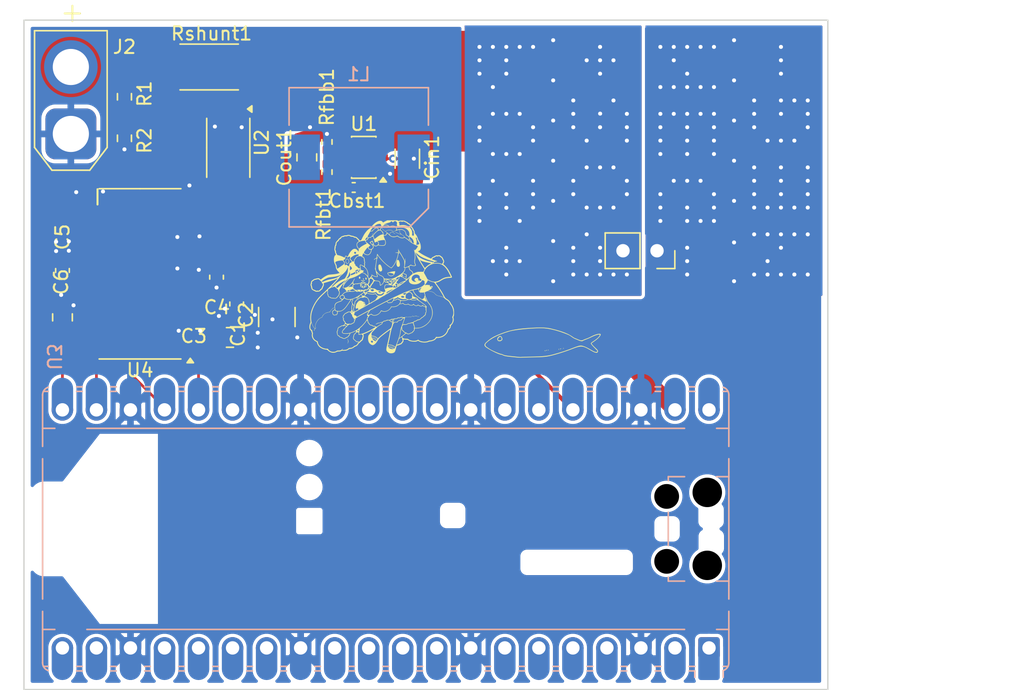
<source format=kicad_pcb>
(kicad_pcb (version 20241229) (generator "pcbnew") (generator_version "9.0")
  (layers (0 "F.Cu" signal) (2 "B.Cu" signal) (13 "F.Paste" user) (15 "B.Paste" user) (5 "F.SilkS" user "F.Silkscreen") (7 "B.SilkS" user "B.Silkscreen") (1 "F.Mask" user) (3 "B.Mask" user) (25 "Edge.Cuts" user))
  (net 0 "")
  (net 1 "Net-(U1-SW)")
  (net 2 "Net-(U1-BOOT)")
  (net 3 "5V")
  (net 4 "Net-(U1-FB)")
  (net 6 "GND")
  (net 7 "3V3")
  (net 8 "Net-(U4-AIN_0P)")
  (net 9 "VIN")
  (net 11 "Net-(U4-AVDD__1)")
  (net 12 "Net-(U4-AIN_1P)")
  (net 13 "Net-(U4-REFCAP)")
  (net 14 "Net-(U4-REFIO)")
  (net 24 "Net-(U3-GPIO17)")
  (net 32 "Net-(U3-GPIO19)")
  (net 38 "Net-(U3-GPIO16)")
  (net 40 "Net-(U3-GPIO18)")
  (net 44 "Net-(J2-Pin_2)")
  (footprint "Capacitor_SMD:C_0603_1608Metric" (layer "F.Cu") (at 85.875 46.2 -90)
    (property "Reference" "C1")
    (property "Value" "1 uF")
  )
  (footprint "Capacitor_SMD:C_0402_1005Metric" (layer "F.Cu") (at 94.6125 37.5)
    (property "Reference" "Cbst1")
    (property "Value" "100n")
  )
  (footprint "Resistor_SMD:R_0402_1005Metric_Pad0.72x0.64mm_HandSolder" (layer "F.Cu") (at 92.6125 36.3475 90)
    (property "Reference" "Rfbt1")
    (property "Value" "100k")
  )
  (footprint "Capacitor_SMD:C_0603_1608Metric" (layer "F.Cu") (at 72.875 43.7 90)
    (property "Reference" "C5")
    (property "Value" "1 uF")
  )
  (footprint "Resistor_SMD:R_0402_1005Metric_Pad0.72x0.64mm_HandSolder" (layer "F.Cu") (at 92.6125 34.0975 90)
    (property "Reference" "Rfbb1")
    (property "Value" "13.7k")
  )
  (footprint "Capacitor_SMD:C_1210_3225Metric" (layer "F.Cu") (at 88.875 47.175 -90)
    (property "Reference" "C2")
    (property "Value" "22 uF")
  )
  (footprint "Resistor_SMD:R_0603_1608Metric" (layer "F.Cu") (at 77.5 33.825 -90)
    (property "Reference" "R2")
    (property "Value" "1k")
  )
  (footprint "Package_SO:TSSOP-8_4.4x3mm_P0.65mm" (layer "F.Cu") (at 85.25 34.5375 -90)
    (property "Reference" "U2")
    (property "Value" "INA240A2PWR")
  )
  (footprint "Capacitor_SMD:C_0603_1608Metric" (layer "F.Cu") (at 84.375 44.2 -90)
    (property "Reference" "C4")
    (property "Value" "1 uF")
  )
  (footprint "Package_SO:TSSOP-38_6.1x12.5mm_P0.65mm" (layer "F.Cu") (at 78.6625 43.95 180)
    (property "Reference" "U4")
    (property "Value" "ADS8684IDBTR")
  )
  (footprint "Capacitor_SMD:C_1206_3216Metric" (layer "F.Cu") (at 98.6125 35.35 -90)
    (property "Reference" "Cin1")
    (property "Value" "10u")
  )
  (footprint "Capacitor_SMD:C_0805_2012Metric" (layer "F.Cu") (at 91.1125 35.25 90)
    (property "Reference" "Cout1")
    (property "Value" "47u")
  )
  (footprint "Capacitor_SMD:C_0805_2012Metric" (layer "F.Cu") (at 85.375 48.7)
    (property "Reference" "C3")
    (property "Value" "10 uF")
  )
  (footprint "Resistor_SMD:R_0603_1608Metric" (layer "F.Cu") (at 77.5 30.725 -90)
    (property "Reference" "R1")
    (property "Value" "8.2k")
  )
  (footprint "Resistor_SMD:R_2512_6332Metric" (layer "F.Cu") (at 83.825 28.5 180)
    (property "Reference" "Rshunt1")
    (property "Value" "5m")
  )
  (footprint "Connector_AMASS:AMASS_XT30U-F_1x02_P5.0mm_Vertical" (layer "F.Cu") (at 73.5 33.5 90)
    (property "Reference" "J2")
    (property "Value" "XT30PW-F")
  )
  (footprint "Images:fish" (layer "F.Cu") (at 108.55 49.05)
    (property "Reference" "G***" (hide yes))
    (property "Value" "LOGO" (hide yes))
  )
  (footprint "Images:snow_miku" (layer "F.Cu") (at 96.7 44.95)
    (property "Reference" "G***" (hide yes))
    (property "Value" "LOGO" (hide yes))
  )
  (footprint "Package_TO_SOT_SMD:SOT-23-6" (layer "F.Cu") (at 95.3625 35.25 180)
    (property "Reference" "U1")
    (property "Value" "TPS54308DDCR")
  )
  (footprint "Connector_PinSocket_2.54mm:PinSocket_1x02_P2.54mm_Vertical" (layer "F.Cu") (at 117.25 42.225 -90)
    (property "Reference" "J1" (hide yes))
    (property "Value" "Power Supply")
  )
  (footprint "Capacitor_SMD:C_0805_2012Metric" (layer "F.Cu") (at 72.875 47.2 90)
    (property "Reference" "C6")
    (property "Value" "10 uF")
  )
  (footprint "Inductor_SMD:L_Wuerth_WE-PDF" (layer "B.Cu") (at 94.9875 35.245 180)
    (property "Reference" "L1")
    (property "Value" "13u")
  )
  (footprint "Module:RaspberryPi_Pico_Common_Unspecified" (layer "B.Cu") (at 97 63 90)
    (property "Reference" "U3")
    (property "Value" "RASPBERRY_PI_PICO")
  )
  (gr_poly (pts (xy 85.7 38.225) (xy 85.7 36.6) (xy 84.825 36.6) (xy 84.825 38.5) (xy 83.15 39.25) (xy 81.425 39.25) (xy 81.425 39.55) (xy 83.275 39.55) (xy 85.5 38.75)) (stroke (width 0.2)) (fill yes) (layer "F.Cu") (net 6))
  (gr_rect (start 103 25.5) (end 116 45.5) (stroke (width 0.2)) (fill yes) (layer "F.Cu") (net 9))
  (gr_poly (pts (xy 90.134661 34.725767) (xy 91.834661 34.925767) (xy 92.034661 33.973267) (xy 92.984661 33.925767) (xy 93.184661 33.125767) (xy 92.684661 32.775767) (xy 90.284661 33.575767)) (stroke (width 0.2)) (fill yes) (layer "F.Cu") (net 6))
  (gr_poly (pts (xy 86.9 36) (xy 87.45 39.85) (xy 91.1 36.05)) (stroke (width 0.2)) (fill yes) (layer "F.Cu") (net 3))
  (gr_poly (pts (xy 90.525 49.475) (xy 90.5 47.8) (xy 85.875 46.2) (xy 83.55 46.275) (xy 83.1 46.425) (xy 81.475 46.425) (xy 81.475 46.675) (xy 83.3 46.675) (xy 85.275 47.75) (xy 85.525 49.625) (xy 87.375 49.725)) (stroke (width 0.2)) (fill yes) (layer "F.Cu") (net 6))
  (gr_poly (pts (xy 90.9 36.1) (xy 84.25 36.1) (xy 84.9 34.95) (xy 90.1 35.15)) (stroke (width 0.2)) (fill yes) (layer "F.Cu") (net 3))
  (gr_poly (pts (xy 95.625 35.95) (xy 99.45 36) (xy 99.775 36.35) (xy 99.6 37.65) (xy 97.4 37.6) (xy 95.65 36.65)) (stroke (width 0.2)) (fill yes) (layer "F.Cu") (net 6))
  (gr_rect (start 116.5 25.5) (end 129.5 45.5) (stroke (width 0.2)) (fill yes) (layer "F.Cu") (net 6))
  (gr_poly (pts (xy 73.65 45.125) (xy 71.775 45.725) (xy 71.9 46.975) (xy 73.75 47) (xy 74.225 46.675) (xy 75.95 46.675) (xy 75.975 45.125)) (stroke (width 0.2)) (fill yes) (layer "F.Cu") (net 6))
  (gr_poly (pts (xy 72.05 26.125) (xy 70.825 28.85) (xy 72.575 31) (xy 75.95 30.725) (xy 84.375 30.475) (xy 84.15 25.7)) (stroke (width 0.2)) (fill yes) (layer "F.Cu") (net 44))
  (gr_poly (pts (xy 84.4 38.2) (xy 84.4 36.1) (xy 84.9 34.95) (xy 83.25 35) (xy 83.95 38.15)) (stroke (width 0.2)) (fill yes) (layer "F.Cu") (net 3))
  (gr_rect (start 73.95 37.675) (end 75.975 44.05) (stroke (width 0.2)) (fill yes) (layer "F.Cu") (net 6))
  (gr_rect (start 81.475 40.575) (end 83.2 44.05) (stroke (width 0.2)) (fill yes) (layer "F.Cu") (net 6))
  (gr_rect (start 81.5 47.75) (end 83.2 48.625) (stroke (width 0.2)) (fill yes) (layer "F.Cu") (net 6))
  (gr_poly (pts (xy 85.35 30.175) (xy 95.575 33.025) (xy 95.675 34.625) (xy 103.575 34.725) (xy 103 25.9) (xy 85.1 25.8)) (stroke (width 0.2)) (fill yes) (layer "F.Cu") (net 9))
  (gr_poly (pts (xy 84.375 43.425) (xy 96.6 43.4) (xy 91.3 36.6)) (stroke (width 0.2)) (fill yes) (layer "F.Cu") (net 3))
  (gr_poly (pts (xy 78.55 33.025) (xy 78.025 32.475) (xy 77.85 33.025)) (stroke (width 0.2)) (fill yes) (layer "F.Cu") (net 12))
  (gr_rect (start 72.125 41.425) (end 74.25 43.55) (stroke (width 0.2)) (fill yes) (layer "F.Cu") (net 6))
  (gr_rect (start 103 25.5) (end 116 45.5) (stroke (width 0.2)) (fill yes) (layer "B.Cu") (net 9))
  (gr_rect (start 116.5 25.5) (end 129.5 45.5) (stroke (width 0.2)) (fill yes) (layer "B.Cu") (net 6))
  (gr_rect (start 70 25) (end 130 75) (stroke (width 0.1)) (fill no) (layer "Edge.Cuts"))
  (segment (start 99.1 35.3475) (end 95.657378 35.3475) (width 0.2) (layer "F.Cu") (net 1))
  (segment (start 95.221863 36.110845) (end 95.229778 36.11897) (width 0.2) (layer "F.Cu") (net 1))
  (segment (start 95.25 36.711534) (end 95.25 37.0775) (width 0.2) (layer "F.Cu") (net 1))
  (segment (start 95.223906 35.95454) (end 95.221863 36.110845) (width 0.2) (layer "F.Cu") (net 1))
  (segment (start 95.218327 35.798318) (end 95.223906 35.95454) (width 0.2) (layer "F.Cu") (net 1))
  (segment (start 95.25 35.754878) (end 95.25 35.755492) (width 0.2) (layer "F.Cu") (net 1))
  (segment (start 95.25 37.0775) (end 95.076 37.2515) (width 0.2) (layer "F.Cu") (net 1))
  (segment (start 95.218335 36.604664) (end 95.25 36.711534) (width 0.2) (layer "F.Cu") (net 1))
  (segment (start 95.226057 35.790016) (end 95.218327 35.798318) (width 0.2) (layer "F.Cu") (net 1))
  (segment (start 95.444694 35.555183) (end 95.377181 35.627697) (width 0.2) (layer "F.Cu") (net 1))
  (segment (start 95.25 35.755492) (end 95.226205 35.778673) (width 0.2) (layer "F.Cu") (net 1))
  (segment (start 95.377181 35.627697) (end 95.25 35.754878) (width 0.2) (layer "F.Cu") (net 1))
  (segment (start 95.226205 35.778673) (end 95.226057 35.790016) (width 0.2) (layer "F.Cu") (net 1))
  (segment (start 95.245347 36.554904) (end 95.218335 36.604664) (width 0.2) (layer "F.Cu") (net 1))
  (segment (start 95.657378 35.3475) (end 95.44988 35.554998) (width 0.2) (layer "F.Cu") (net 1))
  (segment (start 95.44988 35.554998) (end 95.444694 35.555183) (width 0.2) (layer "F.Cu") (net 1))
  (segment (start 95.229778 36.11897) (end 95.245347 36.554904) (width 0.2) (layer "F.Cu") (net 1))
  (via (at 99.1 35.3475) (size 0.6) (drill 0.3) (layers "F.Cu" "B.Cu") (net 1))
  (via (at 97.55 35.3475) (size 0.6) (drill 0.3) (layers "F.Cu" "B.Cu") (net 1))
  (segment (start 94.1125 36.2975) (end 94.1125 37.255) (width 0.2) (layer "F.Cu") (net 2))
  (segment (start 84.375 43.425) (end 91.1125 36.6875) (width 1.27) (layer "F.Cu") (net 3))
  (segment (start 89.922846 35.104613) (end 89.921018 35.102298) (width 0.2) (layer "F.Cu") (net 3))
  (segment (start 83.8161 44.2161) (end 83.8 44.2) (width 0.2) (layer "F.Cu") (net 3))
  (segment (start 84.275 36) (end 84.275 37.4) (width 0.2) (layer "F.Cu") (net 3))
  (segment (start 113.675 49.15) (end 118.59 54.065) (width 1.27) (layer "F.Cu") (net 3))
  (segment (start 85.225 35.05) (end 84.275 36) (width 0.2) (layer "F.Cu") (net 3))
  (segment (start 90.029682 35.117182) (end 89.922846 35.104613) (width 0.2) (layer "F.Cu") (net 3))
  (segment (start 89.921018 35.102298) (end 89.918091 35.101916) (width 0.2) (layer "F.Cu") (net 3))
  (segment (start 83.8589 44.2161) (end 83.8161 44.2161) (width 0.2) (layer "F.Cu") (net 3))
  (segment (start 83.349 44.451) (end 83.2 44.6) (width 0.2) (layer "F.Cu") (net 3))
  (segment (start 92.6125 36.945) (end 91.37 36.945) (width 0.2) (layer "F.Cu") (net 3))
  (segment (start 91.1125 36.6875) (end 91.1125 36.2) (width 1.27) (layer "F.Cu") (net 3))
  (segment (start 83.2 44.6) (end 82.375 44.6) (width 0.2) (layer "F.Cu") (net 3))
  (segment (start 91.1125 36.2) (end 91.25 36.2) (width 1.27) (layer "F.Cu") (net 3))
  (segment (start 83.8 44.2) (end 83.549 44.451) (width 0.2) (layer "F.Cu") (net 3))
  (segment (start 91.1125 36.2) (end 90.029682 35.117182) (width 0.2) (layer "F.Cu") (net 3))
  (segment (start 91.37 36.945) (end 91.1125 36.6875) (width 0.2) (layer "F.Cu") (net 3))
  (segment (start 92.65 37.6) (end 92.65 39.6) (width 1.27) (layer "F.Cu") (net 3))
  (segment (start 89.878156 35.05) (end 85.225 35.05) (width 0.2) (layer "F.Cu") (net 3))
  (segment (start 118.59 54.065) (end 118.59 54.11) (width 0.2) (layer "F.Cu") (net 3))
  (segment (start 102.2 49.15) (end 113.675 49.15) (width 1.27) (layer "F.Cu") (net 3))
  (segment (start 89.918091 35.101916) (end 89.878156 35.05) (width 0.2) (layer "F.Cu") (net 3))
  (segment (start 83.549 44.451) (end 83.349 44.451) (width 0.2) (layer "F.Cu") (net 3))
  (segment (start 91.25 36.2) (end 92.65 37.6) (width 1.27) (layer "F.Cu") (net 3))
  (segment (start 84.375 43.7) (end 83.8589 44.2161) (width 0.2) (layer "F.Cu") (net 3))
  (segment (start 92.65 39.6) (end 102.2 49.15) (width 1.27) (layer "F.Cu") (net 3))
  (segment (start 84.375 43.425) (end 84.375 43.7) (width 0.2) (layer "F.Cu") (net 3))
  (segment (start 93.000001 34.8475) (end 92.5 34.8475) (width 0.2) (layer "F.Cu") (net 4))
  (segment (start 94.1125 34.3975) (end 93.450001 34.3975) (width 0.2) (layer "F.Cu") (net 4))
  (segment (start 92.5 34.8475) (end 92.5 35.9025) (width 0.2) (layer "F.Cu") (net 4))
  (segment (start 93.450001 34.3975) (end 93.000001 34.8475) (width 0.2) (layer "F.Cu") (net 4))
  (segment (start 86.2 32.95) (end 86.25 33) (width 0.2) (layer "F.Cu") (net 6))
  (segment (start 82.375 46.55) (end 85 46.55) (width 0.2) (layer "F.Cu") (net 6))
  (segment (start 85.875 48.25) (end 86.325 48.7) (width 0.2) (layer "F.Cu") (net 6))
  (segment (start 82.425 38.05) (end 82.375 38.1) (width 0.2) (layer "F.Cu") (net 6))
  (segment (start 84.1 45.25) (end 82.375 45.25) (width 0.2) (layer "F.Cu") (net 6))
  (segment (start 84.25 31.7) (end 84.275 31.675) (width 0.2) (layer "F.Cu") (net 6))
  (segment (start 84.25 32.95) (end 86.2 32.95) (width 0.2) (layer "F.Cu") (net 6))
  (segment (start 86.25 31.7) (end 86.225 31.675) (width 0.2) (layer "F.Cu") (net 6))
  (segment (start 84.25 32.95) (end 84.25 31.7) (width 0.2) (layer "F.Cu") (net 6))
  (segment (start 84.375 44.975) (end 84.1 45.25) (width 0.2) (layer "F.Cu") (net 6))
  (segment (start 85.45 46.55) (end 85.875 46.975) (width 0.2) (layer "F.Cu") (net 6))
  (segment (start 82.35 37.35) (end 82.425 37.425) (width 0.2) (layer "F.Cu") (net 6))
  (segment (start 87.2375 47.0125) (end 88.875 48.65) (width 0.2) (layer "F.Cu") (net 6))
  (segment (start 85.875 46.975) (end 87.2 46.975) (width 0.2) (layer "F.Cu") (net 6))
  (segment (start 87.2 46.975) (end 87.2375 47.0125) (width 0.2) (layer "F.Cu") (net 6))
  (segment (start 86.25 33) (end 86.25 31.7) (width 0.2) (layer "F.Cu") (net 6))
  (segment (start 85 46.55) (end 85.45 46.55) (width 0.2) (layer "F.Cu") (net 6))
  (segment (start 85.875 46.975) (end 85.875 48.25) (width 0.2) (layer "F.Cu") (net 6))
  (segment (start 82.425 37.425) (end 82.425 38.05) (width 0.2) (layer "F.Cu") (net 6))
  (via (at 84.25 32.95) (size 0.6) (drill 0.3) (layers "F.Cu" "B.Cu") (net 6))
  (via (at 81.45 43.55) (size 0.6) (drill 0.3) (layers "F.Cu" "B.Cu") (net 6))
  (via (at 128.5 44) (size 0.6) (drill 0.3) (layers "F.Cu" "B.Cu") (net 6))
  (via (at 81.45 41.2) (size 0.6) (drill 0.3) (layers "F.Cu" "B.Cu") (net 6))
  (via (at 119.5 27) (size 0.6) (drill 0.3) (layers "F.Cu" "B.Cu") (net 6))
  (via (at 122.999999 41.605092) (size 0.6) (drill 0.3) (layers "F.Cu" "B.Cu") (net 6))
  (via (at 77.5 34.65) (size 0.6) (drill 0.3) (layers "F.Cu" "B.Cu") (net 6))
  (via (at 125.5 44) (size 0.6) (drill 0.3) (layers "F.Cu" "B.Cu") (net 6))
  (via (at 87.45 48.35) (size 0.6) (drill 0.3) (layers "F.Cu" "B.Cu") (net 6))
  (via (at 117.5 38) (size 0.6) (drill 0.3) (layers "F.Cu" "B.Cu") (net 6))
  (via (at 118.5 37) (size 0.6) (drill 0.3) (layers "F.Cu" "B.Cu") (net 6))
  (via (at 119.5 37) (size 0.6) (drill 0.3) (layers "F.Cu" "B.Cu") (net 6))
  (via (at 119.5 42) (size 0.6) (drill 0.3) (layers "F.Cu" "B.Cu") (net 6))
  (via (at 126.5 32) (size 0.6) (drill 0.3) (layers "F.Cu" "B.Cu") (net 6))
  (via (at 87.45 49.45) (size 0.6) (drill 0.3) (layers "F.Cu" "B.Cu") (net 6))
  (via (at 83.1 41.15) (size 0.6) (drill 0.3) (layers "F.Cu" "B.Cu") (net 6))
  (via (at 90.4 48.7) (size 0.6) (drill 0.3) (layers "F.Cu" "B.Cu") (net 6))
  (via (at 127.5 34) (size 0.6) (drill 0.3) (layers "F.Cu" "B.Cu") (net 6))
  (via (at 120.5 32) (size 0.6) (drill 0.3) (layers "F.Cu" "B.Cu") (net 6))
  (via (at 121.5 38) (size 0.6) (drill 0.3) (layers "F.Cu" "B.Cu") (net 6))
  (via (at 125.5 34) (size 0.6) (drill 0.3) (layers "F.Cu" "B.Cu") (net 6))
  (via (at 85 46.55) (size 0.6) (drill 0.3) (layers "F.Cu" "B.Cu") (net 6))
  (via (at 119.5 40) (size 0.6) (drill 0.3) (layers "F.Cu" "B.Cu") (net 6))
  (via (at 127.5 31) (size 0.6) (drill 0.3) (layers "F.Cu" "B.Cu") (net 6))
  (via (at 87.2375 47.0125) (size 0.6) (drill 0.3) (layers "F.Cu" "B.Cu") (net 6))
  (via (at 118.5 30) (size 0.6) (drill 0.3) (layers "F.Cu" "B.Cu") (net 6))
  (via (at 82.35 37.35) (size 0.6) (drill 0.3) (layers "F.Cu" "B.Cu") (net 6))
  (via (at 127.5 44) (size 0.6) (drill 0.3) (layers "F.Cu" "B.Cu") (net 6))
  (via (at 72.4 42.25) (size 0.6) (drill 0.3) (layers "F.Cu" "B.Cu") (net 6))
  (via (at 123 29.5) (size 0.6) (drill 0.3) (layers "F.Cu" "B.Cu") (net 6))
  (via (at 73.35 41.525) (size 0.6) (drill 0.3) (layers "F.Cu" "B.Cu") (net 6))
  (via (at 123 44.5) (size 0.6) (drill 0.3) (layers "F.Cu" "B.Cu") (net 6))
  (via (at 117.5 33) (size 0.6) (drill 0.3) (layers "F.Cu" "B.Cu") (net 6))
  (via (at 124.5 44) (size 0.6) (drill 0.3) (layers "F.Cu" "B.Cu") (net 6))
  (via (at 121.5 30) (size 0.6) (drill 0.3) (layers "F.Cu" "B.Cu") (net 6))
  (via (at 83.05 43.65) (size 0.6) (drill 0.3) (layers "F.Cu" "B.Cu") (net 6))
  (via (at 97.325 36.475) (size 0.6) (drill 0.3) (layers "F.Cu" "B.Cu") (net 6))
  (via (at 118.5 28) (size 0.6) (drill 0.3) (layers "F.Cu" "B.Cu") (net 6))
  (via (at 126.5 36) (size 0.6) (drill 0.3) (layers "F.Cu" "B.Cu") (net 6))
  (via (at 73.9 37.85) (size 0.6) (drill 0.3) (layers "F.Cu" "B.Cu") (net 6))
  (via (at 124.5 33) (size 0.6) (drill 0.3) (layers "F.Cu" "B.Cu") (net 6))
  (via (at 125.5 41) (size 0.6) (drill 0.3) (layers "F.Cu" "B.Cu") (net 6))
  (via (at 126.5 34) (size 0.6) (drill 0.3) (layers "F.Cu" "B.Cu") (net 6))
  (via (at 125.5 43) (size 0.6) (drill 0.3) (layers "F.Cu" "B.Cu") (net 6))
  (via (at 121.5 40) (size 0.6) (drill 0.3) (layers "F.Cu" "B.Cu") (net 6))
  (via (at 120.5 30) (size 0.6) (drill 0.3) (layers "F.Cu" "B.Cu") (net 6))
  (via (at 72.4 41.55) (size 0.6) (drill 0.3) (layers "F.Cu" "B.Cu") (net 6))
  (via (at 127.5 39) (size 0.6) (drill 0.3) (layers "F.Cu" "B.Cu") (net 6))
  (via (at 73.7 46.3) (size 0.6) (drill 0.3) (layers "F.Cu" "B.Cu") (net 6))
  (via (at 128.5 33) (size 0.6) (drill 0.3) (layers "F.Cu" "B.Cu") (net 6))
  (via (at 117.5 27) (size 0.6) (drill 0.3) (layers "F.Cu" "B.Cu") (net 6))
  (via (at 126.5 31) (size 0.6) (drill 0.3) (layers "F.Cu" "B.Cu") (net 6))
  (via (at 126.5 37) (size 0.6) (drill 0.3) (layers "F.Cu" "B.Cu") (net 6))
  (via (at 72.775 45.525) (size 0.6) (drill 0.3) (layers "F.Cu" "B.Cu") (net 6))
  (via (at 128.5 32) (size 0.6) (drill 0.3) (layers "F.Cu" "B.Cu") (net 6))
  (via (at 117.5 39) (size 0.6) (drill 0.3) (layers "F.Cu" "B.Cu") (net 6))
  (via (at 126.5 29) (size 0.6) (drill 0.3) (layers "F.Cu" "B.Cu") (net 6))
  (via (at 119.5 39) (size 0.6) (drill 0.3) (layers "F.Cu" "B.Cu") (net 6))
  (via (at 117.5 30) (size 0.6) (drill 0.3) (layers "F.Cu" "B.Cu") (net 6))
  (via (at 81.55 48.2) (size 0.6) (drill 0.3) (layers "F.Cu" "B.Cu") (net 6))
  (via (at 119.5 34) (size 0.6) (drill 0.3) (layers "F.Cu" "B.Cu") (net 6))
  (via (at 124.5 36) (size 0.6) (drill 0.3) (layers "F.Cu" "B.Cu") (net 6))
  (via (at 84.55 47.1) (size 0.6) (drill 0.3) (layers "F.Cu" "B.Cu") (net 6))
  (via (at 123 26.5) (size 0.6) (drill 0.3) (layers "F.Cu" "B.Cu") (net 6))
  (via (at 88.55 47.35) (size 0.6) (drill 0.3) (layers "F.Cu" "B.Cu") (net 6))
  (via (at 117.5 32) (size 0.6) (drill 0.3) (layers "F.Cu" "B.Cu") (net 6))
  (via (at 119.5 43) (size 0.6) (drill 0.3) (layers "F.Cu" "B.Cu") (net 6))
  (via (at 119.5 35) (size 0.6) (drill 0.3) (layers "F.Cu" "B.Cu") (net 6))
  (via (at 120.5 40) (size 0.6) (drill 0.3) (layers "F.Cu" "B.Cu") (net 6))
  (via (at 119.5 30) (size 0.6) (drill 0.3) (layers "F.Cu" "B.Cu") (net 6))
  (via (at 128.5 38) (size 0.6) (drill 0.3) (layers "F.Cu" "B.Cu") (net 6))
  (via (at 121.5 32) (size 0.6) (drill 0.3) (layers "F.Cu" "B.Cu") (net 6))
  (via (at 123 35.5) (size 0.6) (drill 0.3) (layers "F.Cu" "B.Cu") (net 6))
  (via (at 121.5 39) (size 0.6) (drill 0.3) (layers "F.Cu" "B.Cu") (net 6))
  (via (at 127.5 41) (size 0.6) (drill 0.3) (layers "F.Cu" "B.Cu") (net 6))
  (via (at 126.5 42) (size 0.6) (drill 0.3) (layers "F.Cu" "B.Cu") (net 6))
  (via (at 126.5 44) (size 0.6) (drill 0.3) (layers "F.Cu" "B.Cu") (net 6))
  (via (at 119.5 29) (size 0.6) (drill 0.3) (layers "F.Cu" "B.Cu") (net 6))
  (via (at 126.5 28) (size 0.6) (drill 0.3) (layers "F.Cu" "B.Cu") (net 6))
  (via (at 119.5 32) (size 0.6) (drill 0.3) (layers "F.Cu" "B.Cu") (net 6))
  (via (at 121.5 35) (size 0.6) (drill 0.3) (layers "F.Cu" "B.Cu") (net 6))
  (via (at 117.5 40) (size 0.6) (drill 0.3) (layers "F.Cu" "B.Cu") (net 6))
  (via (at 86.25 33) (size 0.6) (drill 0.3) (layers "F.Cu" "B.Cu") (net 6))
  (via (at 126.5 27) (size 0.6) (drill 0.3) (layers "F.Cu" "B.Cu") (net 6))
  (via (at 124.5 41) (size 0.6) (drill 0.3) (layers "F.Cu" "B.Cu") (net 6))
  (via (at 128.5 31) (size 0.6) (drill 0.3) (layers "F.Cu" "B.Cu") (net 6))
  (via (at 120.5 37) (size 0.6) (drill 0.3) (layers "F.Cu" "B.Cu") (net 6))
  (via (at 119.5 33) (size 0.6) (drill 0.3) (layers "F.Cu" "B.Cu") (net 6))
  (via (at 124.5 31) (size 0.6) (drill 0.3) (layers "F.Cu" "B.Cu") (net 6))
  (via (at 119.5 44) (size 0.6) (drill 0.3) (layers "F.Cu" "B.Cu") (net 6))
  (via (at 84.375 44.975) (size 0.6) (drill 0.3) (layers "F.Cu" "B.Cu") (net 6))
  (via (at 91.35 33) (size 0.6) (drill 0.3) (layers "F.Cu" "B.Cu") (net 6))
  (via (at 73.35 42.225) (size 0.6) (drill 0.3) (layers "F.Cu" "B.Cu") (net 6))
  (via (at 126.5 38) (size 0.6) (drill 0.3) (layers "F.Cu" "B.Cu") (net 6))
  (via (at 83.15 48.2) (size 0.6) (drill 0.3) (layers "F.Cu" "B.Cu") (net 6))
  (via (at 124.5 32) (size 0.6) (drill 0.3) (layers "F.Cu" "B.Cu") (net 6))
  (via (at 118.5 32) (size 0.6) (drill 0.3) (layers "F.Cu" "B.Cu") (net 6))
  (via (at 128.5 37) (size 0.6) (drill 0.3) (layers "F.Cu" "B.Cu") (net 6))
  (via (at 128.5 36) (size 0.6) (drill 0.3) (layers "F.Cu" "B.Cu") (net 6))
  (via (at 124.5 39) (size 0.6) (drill 0.3) (layers "F.Cu" "B.Cu") (net 6))
  (via (at 123 32.5) (size 0.6) (drill 0.3) (layers "F.Cu" "B.Cu") (net 6))
  (via (at 121.5 33) (size 0.6) (drill 0.3) (layers "F.Cu" "B.Cu") (net 6))
  (via (at 126.5 39) (size 0.6) (drill 0.3) (layers "F.Cu" "B.Cu") (net 6))
  (via (at 128.5 41) (size 0.6) (drill 0.3) (layers "F.Cu" "B.Cu") (net 6))
  (via (at 120.5 27) (size 0.6) (drill 0.3) (layers "F.Cu" "B.Cu") (net 6))
  (via (at 128.5 39) (size 0.6) (drill 0.3) (layers "F.Cu" "B.Cu") (net 6))
  (via (at 75.9 37.8) (size 0.6) (drill 0.3) (layers "F.Cu" "B.Cu") (net 6))
  (via (at 121.5 34) (size 0.6) (drill 0.3) (layers "F.Cu" "B.Cu") (net 6))
  (via (at 118.5 27) (size 0.6) (drill 0.3) (layers "F.Cu" "B.Cu") (net 6))
  (via (at 121.5 27) (size 0.6) (drill 0.3) (layers "F.Cu" "B.Cu") (net 6))
  (via (at 117.5 35) (size 0.6) (drill 0.3) (layers "F.Cu" "B.Cu") (net 6))
  (via (at 124.5 38) (size 0.6) (drill 0.3) (layers "F.Cu" "B.Cu") (net 6))
  (via (at 124.5 37) (size 0.6) (drill 0.3) (layers "F.Cu" "B.Cu") (net 6))
  (via (at 125.5 39) (size 0.6) (drill 0.3) (layers "F.Cu" "B.Cu") (net 6))
  (via (at 92.6125 33.5) (size 0.6) (drill 0.3) (layers "F.Cu" "B.Cu") (net 6))
  (via (at 117.5 34) (size 0.6) (drill 0.3) (layers "F.Cu" "B.Cu") (net 6))
  (via (at 123 38.5) (size 0.6) (drill 0.3) (layers "F.Cu" "B.Cu") (net 6))
  (via (at 126.5 41) (size 0.6) (drill 0.3) (layers "F.Cu" "B.Cu") (net 6))
  (segment (start 72.875 48.15) (end 73.34263 48.15) (width 0.2) (layer "F.Cu") (net 7))
  (segment (start 74.29263 47.2) (end 74.95 47.2) (width 0.3) (layer "F.Cu") (net 7))
  (segment (start 85.06384 50.85) (end 107.71 50.85) (width 0.3) (layer "F.Cu") (net 7))
  (segment (start 83.36384 49.15) (end 85.06384 50.85) (width 0.3) (layer "F.Cu") (net 7))
  (segment (start 79.5079 47.2) (end 81.4579 49.15) (width 0.3) (layer "F.Cu") (net 7))
  (segment (start 82.375 49.15) (end 83.36384 49.15) (width 0.3) (layer "F.Cu") (net 7))
  (segment (start 107.71 50.85) (end 110.97 54.11) (width 0.3) (layer "F.Cu") (net 7))
  (segment (start 81.4579 49.15) (end 82.375 49.15) (width 0.3) (layer "F.Cu") (net 7))
  (segment (start 73.34263 48.15) (end 74.29263 47.2) (width 0.3) (layer "F.Cu") (net 7))
  (segment (start 74.95 47.2) (end 79.5079 47.2) (width 0.3) (layer "F.Cu") (net 7))
  (segment (start 86.225 38.638545) (end 86.225 37.4) (width 0.2) (layer "F.Cu") (net 8))
  (segment (start 84.813545 40.05) (end 86.225 38.638545) (width 0.2) (layer "F.Cu") (net 8))
  (segment (start 82.375 40.05) (end 84.813545 40.05) (width 0.2) (layer "F.Cu") (net 8))
  (segment (start 85.575 31.675) (end 85.575 29.7125) (width 0.254) (layer "F.Cu") (net 9))
  (segment (start 85.575 29.7125) (end 86.7875 28.5) (width 0.254) (layer "F.Cu") (net 9))
  (via (at 104 27) (size 0.6) (drill 0.3) (layers "F.Cu" "B.Cu") (net 9))
  (via (at 109.5 38.5) (size 0.6) (drill 0.3) (layers "F.Cu" "B.Cu") (net 9))
  (via (at 106 29) (size 0.6) (drill 0.3) (layers "F.Cu" "B.Cu") (net 9))
  (via (at 113 29) (size 0.6) (drill 0.3) (layers "F.Cu" "B.Cu") (net 9))
  (via (at 111 37) (size 0.6) (drill 0.3) (layers "F.Cu" "B.Cu") (net 9))
  (via (at 105 32) (size 0.6) (drill 0.3) (layers "F.Cu" "B.Cu") (net 9))
  (via (at 114 28) (size 0.6) (drill 0.3) (layers "F.Cu" "B.Cu") (net 9))
  (via (at 114 44) (size 0.6) (drill 0.3) (layers "F.Cu" "B.Cu") (net 9))
  (via (at 109.5 44.5) (size 0.6) (drill 0.3) (layers "F.Cu" "B.Cu") (net 9))
  (via (at 108 38) (size 0.6) (drill 0.3) (layers "F.Cu" "B.Cu") (net 9))
  (via (at 105 35) (size 0.6) (drill 0.3) (layers "F.Cu" "B.Cu") (net 9))
  (via (at 111 33) (size 0.6) (drill 0.3) (layers "F.Cu" "B.Cu") (net 9))
  (via (at 109.5 26.5) (size 0.6) (drill 0.3) (layers "F.Cu" "B.Cu") (net 9))
  (via (at 115 33) (size 0.6) (drill 0.3) (layers "F.Cu" "B.Cu") (net 9))
  (via (at 109.5 29.5) (size 0.6) (drill 0.3) (layers "F.Cu" "B.Cu") (net 9))
  (via (at 106 35) (size 0.6) (drill 0.3) (layers "F.Cu" "B.Cu") (net 9))
  (via (at 106 27) (size 0.6) (drill 0.3) (layers "F.Cu" "B.Cu") (net 9))
  (via (at 114 39) (size 0.6) (drill 0.3) (layers "F.Cu" "B.Cu") (net 9))
  (via (at 113 27) (size 0.6) (drill 0.3) (layers "F.Cu" "B.Cu") (net 9))
  (via (at 106 32) (size 0.6) (drill 0.3) (layers "F.Cu" "B.Cu") (net 9))
  (via (at 111 42) (size 0.6) (drill 0.3) (layers "F.Cu" "B.Cu") (net 9))
  (via (at 113 44) (size 0.6) (drill 0.3) (layers "F.Cu" "B.Cu") (net 9))
  (via (at 104 34) (size 0.6) (drill 0.3) (layers "F.Cu" "B.Cu") (net 9))
  (via (at 115 44) (size 0.6) (drill 0.3) (layers "F.Cu" "B.Cu") (net 9))
  (via (at 111 31) (size 0.6) (drill 0.3) (layers "F.Cu" "B.Cu") (net 9))
  (via (at 113.004987 31.984257) (size 0.6) (drill 0.3) (layers "F.Cu" "B.Cu") (net 9))
  (via (at 115 38) (size 0.6) (drill 0.3) (layers "F.Cu" "B.Cu") (net 9))
  (via (at 111 43) (size 0.6) (drill 0.3) (layers "F.Cu" "B.Cu") (net 9))
  (via (at 108 34) (size 0.6) (drill 0.3) (layers "F.Cu" "B.Cu") (net 9))
  (via (at 105 30) (size 0.6) (drill 0.3) (layers "F.Cu" "B.Cu") (net 9))
  (via (at 104 39) (size 0.6) (drill 0.3) (layers "F.Cu" "B.Cu") (net 9))
  (via (at 105 37) (size 0.6) (drill 0.3) (layers "F.Cu" "B.Cu") (net 9))
  (via (at 104 33) (size 0.6) (drill 0.3) (layers "F.Cu" "B.Cu") (net 9))
  (via (at 112 44) (size 0.6) (drill 0.3) (layers "F.Cu" "B.Cu") (net 9))
  (via (at 113 43) (size 0.6) (drill 0.3) (layers "F.Cu" "B.Cu") (net 9))
  (via (at 112 36) (size 0.6) (drill 0.3) (layers "F.Cu" "B.Cu") (net 9))
  (via (at 108 37) (size 0.6) (drill 0.3) (layers "F.Cu" "B.Cu") (net 9))
  (via (at 112 28) (size 0.6) (drill 0.3) (layers "F.Cu" "B.Cu") (net 9))
  (via (at 109.5 32.5) (size 0.6) (drill 0.3) (layers "F.Cu" "B.Cu") (net 9))
  (via (at 111 44) (size 0.6) (drill 0.3) (layers "F.Cu" "B.Cu") (net 9))
  (via (at 112 34) (size 0.6) (drill 0.3) (layers "F.Cu" "B.Cu") (net 9))
  (via (at 108 27) (size 0.6) (drill 0.3) (layers "F.Cu" "B.Cu") (net 9))
  (via (at 114 31) (size 0.6) (drill 0.3) (layers "F.Cu" "B.Cu") (net 9))
  (via (at 106 28) (size 0.6) (drill 0.3) (layers "F.Cu" "B.Cu") (net 9))
  (via (at 104 29) (size 0.6) (drill 0.3) (layers "F.Cu" "B.Cu") (net 9))
  (via (at 112 41) (size 0.6) (drill 0.3) (layers "F.Cu" "B.Cu") (net 9))
  (via (at 107 35) (size 0.6) (drill 0.3) (layers "F.Cu" "B.Cu") (net 9))
  (via (at 115 32) (size 0.6) (drill 0.3) (layers "F.Cu" "B.Cu") (net 9))
  (via (at 113 42) (size 0.6) (drill 0.3) (layers "F.Cu" "B.Cu") (net 9))
  (via (at 109.5 35.5) (size 0.6) (drill 0.3) (layers "F.Cu" "B.Cu") (net 9))
  (via (at 106 42) (size 0.6) (drill 0.3) (layers "F.Cu" "B.Cu") (net 9))
  (via (at 107 40) (size 0.6) (drill 0.3) (layers "F.Cu" "B.Cu") (net 9))
  (via (at 113 39) (size 0.6) (drill 0.3) (layers "F.Cu" "B.Cu") (net 9))
  (via (at 109.5 41.5) (size 0.6) (drill 0.3) (layers "F.Cu" "B.Cu") (net 9))
  (via (at 111 32) (size 0.6) (drill 0.3) (layers "F.Cu" "B.Cu") (net 9))
  (via (at 115 37) (size 0.6) (drill 0.3) (layers "F.Cu" "B.Cu") (net 9))
  (via (at 104 40) (size 0.6) (drill 0.3) (layers "F.Cu" "B.Cu") (net 9))
  (via (at 106 44) (size 0.6) (drill 0.3) (layers "F.Cu" "B.Cu") (net 9))
  (via (at 107 27) (size 0.6) (drill 0.3) (layers "F.Cu" "B.Cu") (net 9))
  (via (at 104 38) (size 0.6) (drill 0.3) (layers "F.Cu" "B.Cu") (net 9))
  (via (at 106 38) (size 0.6) (drill 0.3) (layers "F.Cu" "B.Cu") (net 9))
  (via (at 112 39) (size 0.6) (drill 0.3) (layers "F.Cu" "B.Cu") (net 9))
  (via (at 105 43) (size 0.6) (drill 0.3) (layers "F.Cu" "B.Cu") (net 9))
  (via (at 106 43) (size 0.6) (drill 0.3) (layers "F.Cu" "B.Cu") (net 9))
  (via (at 113 33) (size 0.6) (drill 0.3) (layers "F.Cu" "B.Cu") (net 9))
  (via (at 106.004987 39.015743) (size 0.6) (drill 0.3) (layers "F.Cu" "B.Cu") (net 9))
  (via (at 114 36) (size 0.6) (drill 0.3) (layers "F.Cu" "B.Cu") (net 9))
  (via (at 105 27) (size 0.6) (drill 0.3) (layers "F.Cu" "B.Cu") (net 9))
  (via (at 104 28) (size 0.6) (drill 0.3) (layers "F.Cu" "B.Cu") (net 9))
  (via (at 107 32) (size 0.6) (drill 0.3) (layers "F.Cu" "B.Cu") (net 9))
  (via (at 108 39) (size 0.6) (drill 0.3) (layers "F.Cu" "B.Cu") (net 9))
  (via (at 111 38) (size 0.6) (drill 0.3) (layers "F.Cu" "B.Cu") (net 9))
  (via (at 115 34) (size 0.6) (drill 0.3) (layers "F.Cu" "B.Cu") (net 9))
  (via (at 107 43) (size 0.6) (drill 0.3) (layers "F.Cu" "B.Cu") (net 9))
  (via (at 113 36) (size 0.6) (drill 0.3) (layers "F.Cu" "B.Cu") (net 9))
  (via (at 108 33) (size 0.6) (drill 0.3) (layers "F.Cu" "B.Cu") (net 9))
  (via (at 113 28) (size 0.6) (drill 0.3) (layers "F.Cu" "B.Cu") (net 9))
  (segment (start 73 44.6) (end 72.875 44.475) (width 0.2) (layer "F.Cu") (net 11))
  (segment (start 74.95 44.6) (end 73 44.6) (width 0.2) (layer "F.Cu") (net 11))
  (segment (start 78.525 33) (end 77.5 31.975) (width 0.2) (layer "F.Cu") (net 12))
  (segment (start 81.679446 38.75) (end 81.3095 38.380054) (width 0.254) (layer "F.Cu") (net 12))
  (segment (start 78.525 33) (end 77.5 33) (width 0.254) (layer "F.Cu") (net 12))
  (segment (start 81.3095 38.380054) (end 81.3095 35.7845) (width 0.254) (layer "F.Cu") (net 12))
  (segment (start 77.5 31.55) (end 77.5 33) (width 1.016) (layer "F.Cu") (net 12))
  (segment (start 77.5 31.975) (end 77.5 31.55) (width 0.2) (layer "F.Cu") (net 12))
  (segment (start 81.3095 35.7845) (end 78.525 33) (width 0.254) (layer "F.Cu") (net 12))
  (segment (start 82.375 38.75) (end 81.679446 38.75) (width 0.254) (layer "F.Cu") (net 12))
  (segment (start 85.5 45.8) (end 85.875 45.425) (width 0.2) (layer "F.Cu") (net 13))
  (segment (start 86.1 45.425) (end 86.375 45.7) (width 0.2) (layer "F.Cu") (net 13))
  (segment (start 85.875 45.425) (end 86.1 45.425) (width 0.2) (layer "F.Cu") (net 13))
  (segment (start 82.475 45.8) (end 85.5 45.8) (width 0.2) (layer "F.Cu") (net 13))
  (segment (start 86.375 45.7) (end 88.875 45.7) (width 0.2) (layer "F.Cu") (net 13))
  (segment (start 82.375 45.9) (end 82.475 45.8) (width 0.2) (layer "F.Cu") (net 13))
  (segment (start 82.375 47.2) (end 83.35 47.2) (width 0.2) (layer "F.Cu") (net 14))
  (segment (start 84.425 48.275) (end 84.425 48.7) (width 0.2) (layer "F.Cu") (net 14))
  (segment (start 83.35 47.2) (end 84.425 48.275) (width 0.2) (layer "F.Cu") (net 14))
  (segment (start 75.41 50.26) (end 75.41 54.11) (width 0.2) (layer "F.Cu") (net 24))
  (segment (start 74.95 49.8) (end 75.41 50.26) (width 0.2) (layer "F.Cu") (net 24))
  (segment (start 83.03 50.455) (end 83.03 54.11) (width 0.2) (layer "F.Cu") (net 32))
  (segment (start 82.375 49.8) (end 83.03 50.455) (width 0.2) (layer "F.Cu") (net 32))
  (segment (start 74.03616 48.5) (end 72.87 49.66616) (width 0.2) (layer "F.Cu") (net 38))
  (segment (start 74.95 48.5) (end 74.03616 48.5) (width 0.2) (layer "F.Cu") (net 38))
  (segment (start 72.87 49.66616) (end 72.87 54.11) (width 0.2) (layer "F.Cu") (net 38))
  (segment (start 75.687499 49.15) (end 80.49 53.952501) (width 0.2) (layer "F.Cu") (net 40))
  (segment (start 74.95 49.15) (end 75.687499 49.15) (width 0.2) (layer "F.Cu") (net 40))
  (segment (start 80.49 53.952501) (end 80.49 54.11) (width 0.2) (layer "F.Cu") (net 40))
  (segment (start 84.925 30.937501) (end 82.487499 28.5) (width 0.254) (layer "F.Cu") (net 44))
  (segment (start 84.925 31.675) (end 84.925 30.937501) (width 0.254) (layer "F.Cu") (net 44))
  (segment (start 82.487499 28.5) (end 80.8625 28.5) (width 0.254) (layer "F.Cu") (net 44))
  (zone (net 6) (net_name "GND") (layer "B.Cu") (connect_pads (clearance 0.25)) (min_thickness 0.25) (fill yes (thermal_gap 0.3) (thermal_bridge_width 0.5))
    (polygon (pts (xy 70 25.25) (xy 130 25) (xy 130 75) (xy 70 75)))
  )
)
</source>
